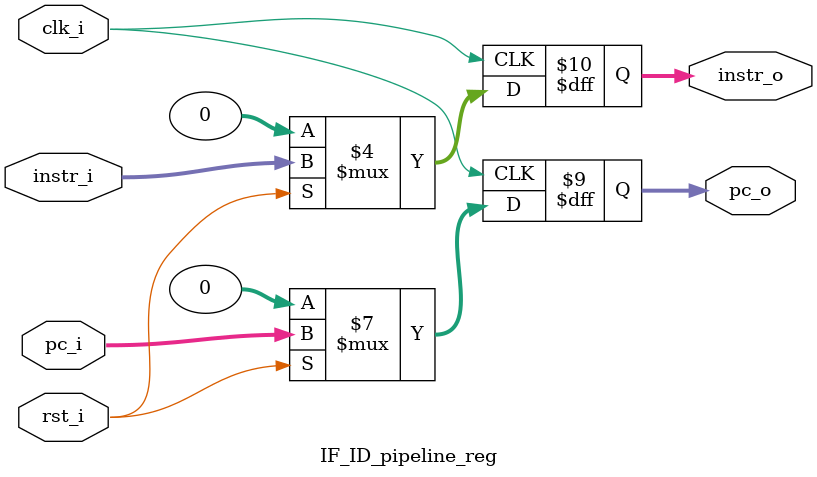
<source format=v>
/***************************************************
Student Name: 
Student ID: 
***************************************************/

`timescale 1ns/1ps

module IF_ID_pipeline_reg(
	input          clk_i,
    	input          rst_i,
	
	
	/*Data input*/
        input  		[32-1:0] pc_i,
        input		[32-1:0] instr_i,

	/*Data output*/
	output reg [32-1:0] pc_o,
	output reg [32-1:0] instr_o
);

always@(posedge clk_i) begin
	if(~rst_i) 
		begin
			pc_o <= 32'd0;
	        	instr_o <= 32'd0;
	
		end
    	else 
		begin
			pc_o <= pc_i;
	        	instr_o <= instr_i;
		end
//$display("%0dns :\$display: Opcode = %7b ALUSrc=%b RegWrite=%b Branch =%b ALUOp =%2b"  , $stime, instr_i[7-1:0], alusrc, regwrite, branch, ALU_OP);

end

endmodule 
</source>
